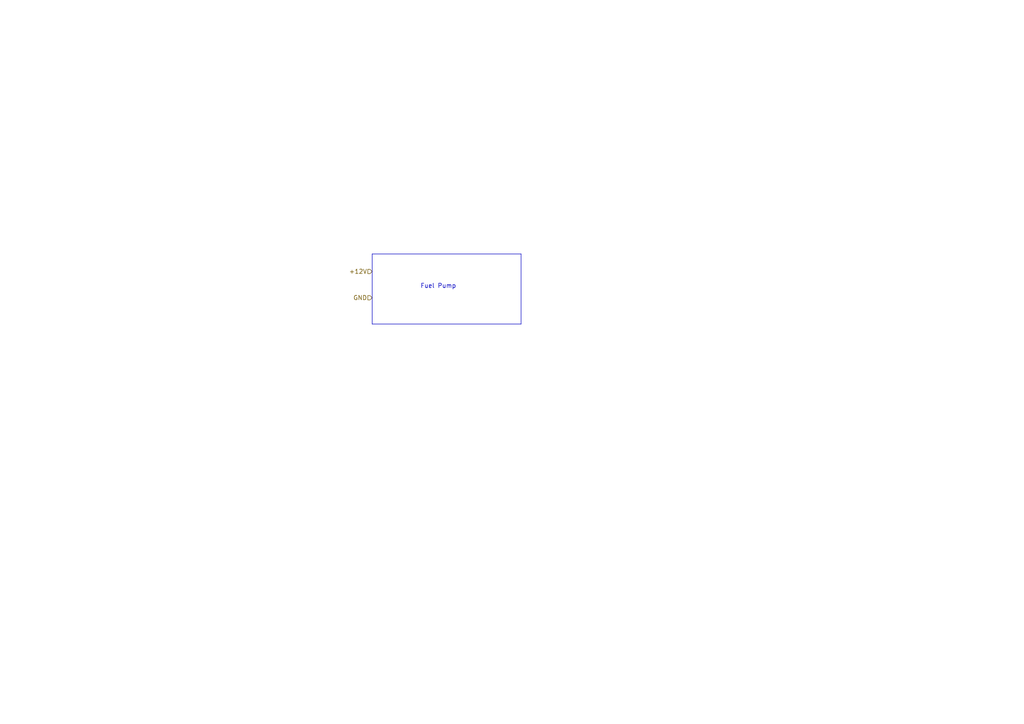
<source format=kicad_sch>
(kicad_sch (version 20230121) (generator eeschema)
  (paper "A4")
  (lib_symbols)
  (polyline (pts (xy 107.95 73.66) (xy 107.95 93.98)))
  (polyline (pts (xy 107.95 73.66) (xy 151.13 73.66)))
  (polyline (pts (xy 151.13 73.66) (xy 151.13 93.98)))
  (polyline (pts (xy 151.13 93.98) (xy 107.95 93.98)))
  (text "Fuel Pump" (at 121.92 83.82 0) (effects (font (size 1.27 1.27)) (justify left bottom)))
  (hierarchical_label "+12V" (shape input) (at 107.95 78.74 180))
  (hierarchical_label "GND" (shape input) (at 107.95 86.36 180))
)
</source>
